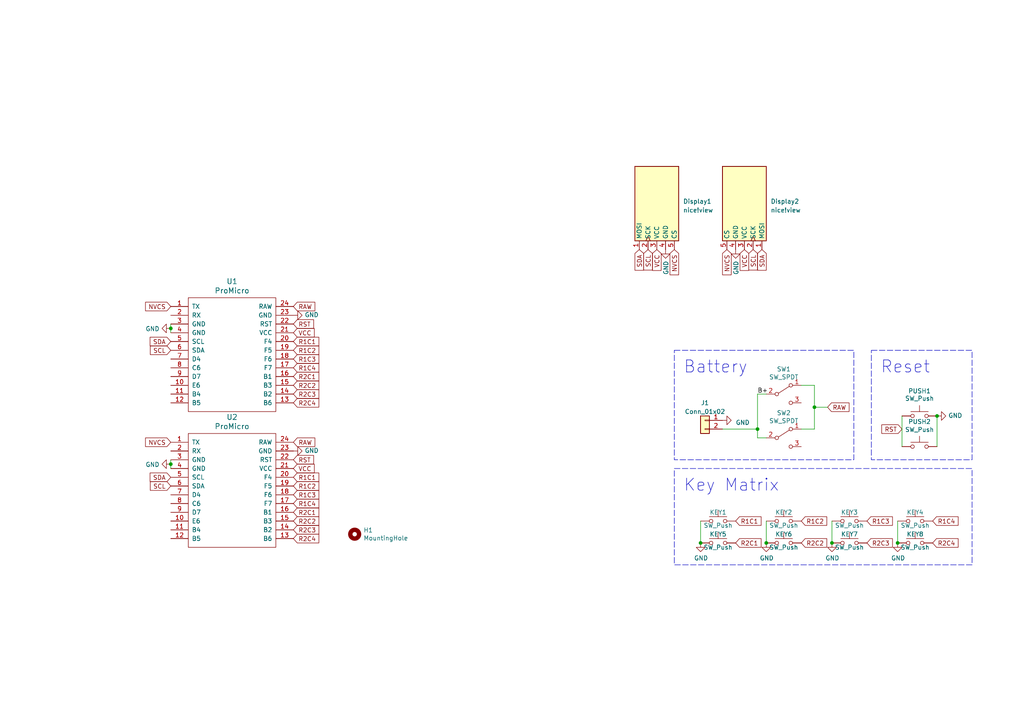
<source format=kicad_sch>
(kicad_sch (version 20230121) (generator eeschema)
  (paper "A4")
  (lib_symbols
    (symbol "Connector_Generic:Conn_01x02" (pin_names (offset 1.016) hide)
      (property "Reference" "J" (at 0 2.54 0))
      (property "Value" "Conn_01x02" (at 0 -5.08 0))
      (symbol "Conn_01x02_1_1"
        (rectangle (start -1.27 -2.413) (end 0 -2.667) (stroke (width 0.1524)))
        (rectangle (start -1.27 0.127) (end 0 -0.127) (stroke (width 0.1524)))
        (rectangle (start -1.27 1.27) (end 1.27 -3.81) (stroke (width 0.254)) (fill (type background)))
        (pin passive line (at -5.08 0 0) (length 3.81) (name "Pin_1") (number "1"))
        (pin passive line (at -5.08 -2.54 0) (length 3.81) (name "Pin_2") (number "2"))
      )
    )
    (symbol "Mechanical:MountingHole" (pin_names (offset 1.016))
      (property "Reference" "H" (at 0 5.08 0))
      (property "Value" "MountingHole" (at 0 3.175 0))
      (symbol "MountingHole_0_1"
        (circle (center 0 0) (radius 1.27) (stroke (width 1.27)))
      )
    )
    (symbol "Switch:SW_Push" (pin_numbers hide) (pin_names (offset 1.016) hide)
      (property "Reference" "SW" (at 1.27 2.54 0))
      (property "Value" "SW_Push" (at 0 -1.524 0))
      (symbol "SW_Push_0_1"
        (circle (center -2.032 0) (radius 0.508))
        (polyline (pts (xy 0 1.27) (xy 0 3.048)))
        (polyline (pts (xy 2.54 1.27) (xy -2.54 1.27)))
        (circle (center 2.032 0) (radius 0.508))
        (pin passive line (at -5.08 0 0) (length 2.54) (name "1") (number "1"))
        (pin passive line (at 5.08 0 180) (length 2.54) (name "2") (number "2"))
      )
    )
    (symbol "Switch:SW_SPDT" (pin_names (offset 0) hide)
      (property "Reference" "SW" (at 0 4.318 0))
      (property "Value" "SW_SPDT" (at 0 -5.08 0))
      (symbol "SW_SPDT_0_0"
        (circle (center -2.032 0) (radius 0.508))
        (circle (center 2.032 -2.54) (radius 0.508))
      )
      (symbol "SW_SPDT_0_1"
        (polyline (pts (xy -1.524 0.254) (xy 1.651 2.286)))
        (circle (center 2.032 2.54) (radius 0.508))
      )
      (symbol "SW_SPDT_1_1"
        (pin passive line (at 5.08 2.54 180) (length 2.54) (name "A") (number "1"))
        (pin passive line (at -5.08 0 0) (length 2.54) (name "B") (number "2"))
        (pin passive line (at 5.08 -2.54 180) (length 2.54) (name "C") (number "3"))
      )
    )
    (symbol "nice_view:nice!view"
      (property "Reference" "Display1" (at -3.81 1.2669 0))
      (property "Value" "nice!view" (at -3.81 -1.27 0))
      (symbol "nice!view_0_1"
        (rectangle (start -6.35 11.43) (end 6.35 -10.16) (stroke (width 0.254)) (fill (type background)))
      )
      (symbol "nice!view_1_1"
        (pin input line (at -5.08 -12.7 90) (length 2.54) (name "MOSI") (number "1"))
        (pin input clock (at -2.54 -12.7 90) (length 2.54) (name "SCK") (number "2"))
        (pin power_in line (at 0 -12.7 90) (length 2.54) (name "VCC") (number "3"))
        (pin power_out line (at 2.54 -12.7 90) (length 2.54) (name "GND") (number "4"))
        (pin passive line (at 5.08 -12.7 90) (length 2.54) (name "CS") (number "5"))
      )
    )
    (symbol "power:GND" (power) (pin_names (offset 0))
      (property "Value" "GND" (at 0 -3.81 0))
      (symbol "GND_0_1"
        (polyline (pts (xy 0 0) (xy 0 -1.27) (xy 1.27 -1.27) (xy 0 -2.54) (xy -1.27 -1.27) (xy 0 -1.27)))
      )
      (symbol "GND_1_1"
        (pin power_in line (at 0 0 270) (length 0) hide (name "GND") (number "1"))
      )
    )
    (symbol "small-paintbrush-hotswap-rescue:ProMicro-promicro" (pin_names (offset 1.016))
      (property "Reference" "U" (at 0 24.13 0))
      (property "Value" "promicro_ProMicro" (at 0 -13.97 0))
      (symbol "ProMicro-promicro_0_1"
        (rectangle (start -12.7 21.59) (end 12.7 -11.43))
      )
      (symbol "ProMicro-promicro_1_1"
        (pin bidirectional line (at -17.78 19.05 0) (length 5.08) (name "TX") (number "1"))
        (pin bidirectional line (at -17.78 -3.81 0) (length 5.08) (name "E6") (number "10"))
        (pin bidirectional line (at -17.78 -6.35 0) (length 5.08) (name "B4") (number "11"))
        (pin bidirectional line (at -17.78 -8.89 0) (length 5.08) (name "B5") (number "12"))
        (pin bidirectional line (at 17.78 -8.89 180) (length 5.08) (name "B6") (number "13"))
        (pin bidirectional line (at 17.78 -6.35 180) (length 5.08) (name "B2") (number "14"))
        (pin bidirectional line (at 17.78 -3.81 180) (length 5.08) (name "B3") (number "15"))
        (pin bidirectional line (at 17.78 -1.27 180) (length 5.08) (name "B1") (number "16"))
        (pin bidirectional line (at 17.78 1.27 180) (length 5.08) (name "F7") (number "17"))
        (pin bidirectional line (at 17.78 3.81 180) (length 5.08) (name "F6") (number "18"))
        (pin bidirectional line (at 17.78 6.35 180) (length 5.08) (name "F5") (number "19"))
        (pin bidirectional line (at -17.78 16.51 0) (length 5.08) (name "RX") (number "2"))
        (pin bidirectional line (at 17.78 8.89 180) (length 5.08) (name "F4") (number "20"))
        (pin power_in line (at 17.78 11.43 180) (length 5.08) (name "VCC") (number "21"))
        (pin input line (at 17.78 13.97 180) (length 5.08) (name "RST") (number "22"))
        (pin power_in line (at 17.78 16.51 180) (length 5.08) (name "GND") (number "23"))
        (pin power_out line (at 17.78 19.05 180) (length 5.08) (name "RAW") (number "24"))
        (pin power_in line (at -17.78 13.97 0) (length 5.08) (name "GND") (number "3"))
        (pin power_in line (at -17.78 11.43 0) (length 5.08) (name "GND") (number "4"))
        (pin bidirectional line (at -17.78 8.89 0) (length 5.08) (name "SCL") (number "5"))
        (pin bidirectional line (at -17.78 6.35 0) (length 5.08) (name "SDA") (number "6"))
        (pin bidirectional line (at -17.78 3.81 0) (length 5.08) (name "D4") (number "7"))
        (pin bidirectional line (at -17.78 1.27 0) (length 5.08) (name "C6") (number "8"))
        (pin bidirectional line (at -17.78 -1.27 0) (length 5.08) (name "D7") (number "9"))
      )
    )
  )
  (junction (at 260.35 157.48))
  (junction (at 236.22 118.11))
  (junction (at 219.71 124.46))
  (junction (at 222.25 157.48))
  (junction (at 271.78 120.65))
  (junction (at 241.3 157.48))
  (junction (at 49.53 134.62))
  (junction (at 49.53 95.25))
  (junction (at 203.2 157.48))
  (wire (pts (xy 209.55 124.46) (xy 219.71 124.46)))
  (wire (pts (xy 222.25 151.13) (xy 222.25 157.48)))
  (wire (pts (xy 241.3 157.48) (xy 241.3 151.13)))
  (wire (pts (xy 49.53 135.89) (xy 49.53 134.62)))
  (wire (pts (xy 232.41 111.76) (xy 236.22 111.76)))
  (wire (pts (xy 236.22 118.11) (xy 236.22 124.46)))
  (wire (pts (xy 219.71 124.46) (xy 219.71 127)))
  (wire (pts (xy 203.2 157.48) (xy 203.2 151.13)))
  (wire (pts (xy 236.22 124.46) (xy 232.41 124.46)))
  (wire (pts (xy 49.53 96.52) (xy 49.53 95.25)))
  (wire (pts (xy 236.22 118.11) (xy 240.03 118.11)))
  (wire (pts (xy 219.71 114.3) (xy 219.71 124.46)))
  (wire (pts (xy 49.53 95.25) (xy 49.53 93.98)))
  (wire (pts (xy 271.78 120.65) (xy 271.78 129.54)))
  (wire (pts (xy 49.53 134.62) (xy 49.53 133.35)))
  (wire (pts (xy 261.62 120.65) (xy 261.62 129.54)))
  (wire (pts (xy 219.71 114.3) (xy 222.25 114.3)))
  (wire (pts (xy 236.22 111.76) (xy 236.22 118.11)))
  (wire (pts (xy 222.25 127) (xy 219.71 127)))
  (wire (pts (xy 260.35 151.13) (xy 260.35 157.48)))
  (text_box "Reset" (at 252.73 101.6 0) (size 29.21 31.75) (stroke (width 0) (type dash)) (effects (font (size 3.5 3.5)) (justify left top)))
  (text_box "Key Matrix" (at 195.58 135.89 0) (size 86.36 27.94) (stroke (width 0) (type dash)) (effects (font (size 3.5 3.5)) (justify left top)))
  (text_box "Battery" (at 195.58 101.6 0) (size 52.07 31.75) (stroke (width 0) (type dash)) (effects (font (size 3.5 3.5)) (justify left top)))
  (label "B+" (at 219.71 114.3 0))
  (global_label "R2C2" (shape input) (at 232.41 157.48 0) (property "Intersheetrefs" "${INTERSHEET_REFS}" (effects hide)))
  (global_label "NVCS" (shape input) (at 49.53 88.9 180) (property "Intersheetrefs" "${INTERSHEET_REFS}" (effects hide)))
  (global_label "NVCS" (shape input) (at 210.82 72.39 270) (property "Intersheetrefs" "${INTERSHEET_REFS}" (effects hide)))
  (global_label "RAW" (shape input) (at 85.09 88.9 0) (property "Intersheetrefs" "${INTERSHEET_REFS}" (effects hide)))
  (global_label "NVCS" (shape input) (at 195.58 72.39 270) (property "Intersheetrefs" "${INTERSHEET_REFS}" (effects hide)))
  (global_label "VCC" (shape input) (at 85.09 96.52 0) (property "Intersheetrefs" "${INTERSHEET_REFS}" (effects hide)))
  (global_label "NVCS" (shape input) (at 49.53 128.27 180) (property "Intersheetrefs" "${INTERSHEET_REFS}" (effects hide)))
  (global_label "RST" (shape input) (at 261.62 124.46 180) (property "Intersheetrefs" "${INTERSHEET_REFS}" (effects hide)))
  (global_label "R1C3" (shape input) (at 85.09 143.51 0) (property "Intersheetrefs" "${INTERSHEET_REFS}" (effects hide)))
  (global_label "R1C1" (shape input) (at 85.09 138.43 0) (property "Intersheetrefs" "${INTERSHEET_REFS}" (effects hide)))
  (global_label "SDA" (shape input) (at 49.53 99.06 180) (property "Intersheetrefs" "${INTERSHEET_REFS}" (effects hide)))
  (global_label "SDA" (shape input) (at 185.42 72.39 270) (property "Intersheetrefs" "${INTERSHEET_REFS}" (effects hide)))
  (global_label "SCL" (shape input) (at 49.53 101.6 180) (property "Intersheetrefs" "${INTERSHEET_REFS}" (effects hide)))
  (global_label "R2C4" (shape input) (at 270.51 157.48 0) (property "Intersheetrefs" "${INTERSHEET_REFS}" (effects hide)))
  (global_label "R2C4" (shape input) (at 85.09 116.84 0) (property "Intersheetrefs" "${INTERSHEET_REFS}" (effects hide)))
  (global_label "R1C2" (shape input) (at 85.09 140.97 0) (property "Intersheetrefs" "${INTERSHEET_REFS}" (effects hide)))
  (global_label "SCL" (shape input) (at 218.44 72.39 270) (property "Intersheetrefs" "${INTERSHEET_REFS}" (effects hide)))
  (global_label "R1C4" (shape input) (at 85.09 106.68 0) (property "Intersheetrefs" "${INTERSHEET_REFS}" (effects hide)))
  (global_label "R1C3" (shape input) (at 251.46 151.13 0) (property "Intersheetrefs" "${INTERSHEET_REFS}" (effects hide)))
  (global_label "RAW" (shape input) (at 240.03 118.11 0) (property "Intersheetrefs" "${INTERSHEET_REFS}" (effects hide)))
  (global_label "SCL" (shape input) (at 49.53 140.97 180) (property "Intersheetrefs" "${INTERSHEET_REFS}" (effects hide)))
  (global_label "R1C3" (shape input) (at 85.09 104.14 0) (property "Intersheetrefs" "${INTERSHEET_REFS}" (effects hide)))
  (global_label "R2C3" (shape input) (at 85.09 153.67 0) (property "Intersheetrefs" "${INTERSHEET_REFS}" (effects hide)))
  (global_label "VCC" (shape input) (at 190.5 72.39 270) (property "Intersheetrefs" "${INTERSHEET_REFS}" (effects hide)))
  (global_label "R1C2" (shape input) (at 85.09 101.6 0) (property "Intersheetrefs" "${INTERSHEET_REFS}" (effects hide)))
  (global_label "R2C2" (shape input) (at 85.09 151.13 0) (property "Intersheetrefs" "${INTERSHEET_REFS}" (effects hide)))
  (global_label "SCL" (shape input) (at 187.96 72.39 270) (property "Intersheetrefs" "${INTERSHEET_REFS}" (effects hide)))
  (global_label "SDA" (shape input) (at 49.53 138.43 180) (property "Intersheetrefs" "${INTERSHEET_REFS}" (effects hide)))
  (global_label "SDA" (shape input) (at 220.98 72.39 270) (property "Intersheetrefs" "${INTERSHEET_REFS}" (effects hide)))
  (global_label "R1C1" (shape input) (at 213.36 151.13 0) (property "Intersheetrefs" "${INTERSHEET_REFS}" (effects hide)))
  (global_label "RST" (shape input) (at 85.09 93.98 0) (property "Intersheetrefs" "${INTERSHEET_REFS}" (effects hide)))
  (global_label "R1C4" (shape input) (at 85.09 146.05 0) (property "Intersheetrefs" "${INTERSHEET_REFS}" (effects hide)))
  (global_label "RST" (shape input) (at 85.09 133.35 0) (property "Intersheetrefs" "${INTERSHEET_REFS}" (effects hide)))
  (global_label "R2C4" (shape input) (at 85.09 156.21 0) (property "Intersheetrefs" "${INTERSHEET_REFS}" (effects hide)))
  (global_label "VCC" (shape input) (at 215.9 72.39 270) (property "Intersheetrefs" "${INTERSHEET_REFS}" (effects hide)))
  (global_label "RAW" (shape input) (at 85.09 128.27 0) (property "Intersheetrefs" "${INTERSHEET_REFS}" (effects hide)))
  (global_label "R2C1" (shape input) (at 85.09 148.59 0) (property "Intersheetrefs" "${INTERSHEET_REFS}" (effects hide)))
  (global_label "R2C3" (shape input) (at 251.46 157.48 0) (property "Intersheetrefs" "${INTERSHEET_REFS}" (effects hide)))
  (global_label "VCC" (shape input) (at 85.09 135.89 0) (property "Intersheetrefs" "${INTERSHEET_REFS}" (effects hide)))
  (global_label "R2C2" (shape input) (at 85.09 111.76 0) (property "Intersheetrefs" "${INTERSHEET_REFS}" (effects hide)))
  (global_label "R1C1" (shape input) (at 85.09 99.06 0) (property "Intersheetrefs" "${INTERSHEET_REFS}" (effects hide)))
  (global_label "R1C2" (shape input) (at 232.41 151.13 0) (property "Intersheetrefs" "${INTERSHEET_REFS}" (effects hide)))
  (global_label "R2C3" (shape input) (at 85.09 114.3 0) (property "Intersheetrefs" "${INTERSHEET_REFS}" (effects hide)))
  (global_label "R1C4" (shape input) (at 270.51 151.13 0) (property "Intersheetrefs" "${INTERSHEET_REFS}" (effects hide)))
  (global_label "R2C1" (shape input) (at 213.36 157.48 0) (property "Intersheetrefs" "${INTERSHEET_REFS}" (effects hide)))
  (global_label "R2C1" (shape input) (at 85.09 109.22 0) (property "Intersheetrefs" "${INTERSHEET_REFS}" (effects hide)))
  (symbol (lib_id "power:GND") (at 85.09 91.44 90) (unit 1)
    (property "Reference" "#PWR01" (effects hide))
    (property "Value" "GND" (at 88.3412 91.313 90) (effects (justify right)))
  )
  (symbol (lib_id "power:GND") (at 49.53 95.25 270) (unit 1)
    (property "Reference" "#PWR07" (effects hide))
    (property "Value" "GND" (at 46.2788 95.377 90) (effects (justify right)))
  )
  (symbol (lib_id "Switch:SW_Push") (at 208.28 151.13 0) (unit 1) (in_bom no)
    (property "Reference" "KEY1" (at 208.28 148.59 0))
    (property "Value" "SW_Push" (at 208.28 152.4 0))
    (property "Footprint" "keyswitches:MX_Choc_Hotswap" (effects hide))
  )
  (symbol (lib_id "Switch:SW_Push") (at 208.28 157.48 0) (unit 1) (in_bom no)
    (property "Reference" "KEY5" (at 208.28 154.94 0))
    (property "Value" "SW_Push" (at 208.28 158.75 0))
    (property "Footprint" "keyswitches:MX_Choc_Hotswap" (effects hide))
  )
  (symbol (lib_id "Switch:SW_Push") (at 227.33 151.13 0) (unit 1) (in_bom no)
    (property "Reference" "KEY2" (at 227.33 148.59 0))
    (property "Value" "SW_Push" (at 227.33 152.4 0))
    (property "Footprint" "keyswitches:MX_Choc_Hotswap" (effects hide))
  )
  (symbol (lib_id "Switch:SW_Push") (at 227.33 157.48 0) (unit 1) (in_bom no)
    (property "Reference" "KEY6" (at 227.33 154.94 0))
    (property "Value" "SW_Push" (at 227.33 158.75 0))
    (property "Footprint" "keyswitches:MX_Choc_Hotswap" (effects hide))
  )
  (symbol (lib_id "Switch:SW_Push") (at 246.38 151.13 0) (unit 1) (in_bom no)
    (property "Reference" "KEY3" (at 246.38 148.59 0))
    (property "Value" "SW_Push" (at 246.38 152.4 0))
    (property "Footprint" "keyswitches:MX_Choc_Hotswap" (effects hide))
  )
  (symbol (lib_id "Switch:SW_Push") (at 246.38 157.48 0) (unit 1) (in_bom no)
    (property "Reference" "KEY7" (at 246.38 154.94 0))
    (property "Value" "SW_Push" (at 246.38 158.75 0))
    (property "Footprint" "keyswitches:MX_Choc_Hotswap" (effects hide))
  )
  (symbol (lib_id "Switch:SW_Push") (at 265.43 151.13 0) (unit 1) (in_bom no)
    (property "Reference" "KEY4" (at 265.43 148.59 0))
    (property "Value" "SW_Push" (at 265.43 152.4 0))
    (property "Footprint" "keyswitches:MX_Choc_Hotswap" (effects hide))
  )
  (symbol (lib_id "Switch:SW_Push") (at 265.43 157.48 0) (unit 1) (in_bom no)
    (property "Reference" "KEY8" (at 265.43 154.94 0))
    (property "Value" "SW_Push" (at 265.43 158.75 0))
    (property "Footprint" "keyswitches:MX_Choc_Hotswap" (effects hide))
  )
  (symbol (lib_id "power:GND") (at 203.2 157.48 0) (unit 1)
    (property "Reference" "#PWR03" (effects hide))
    (property "Value" "GND" (at 203.327 161.8742 0))
  )
  (symbol (lib_id "power:GND") (at 222.25 157.48 0) (unit 1)
    (property "Reference" "#PWR04" (effects hide))
    (property "Value" "GND" (at 222.377 161.8742 0))
  )
  (symbol (lib_id "power:GND") (at 271.78 120.65 90) (unit 1)
    (property "Reference" "#PWR02" (effects hide))
    (property "Value" "GND" (at 275.0312 120.523 90) (effects (justify right)))
  )
  (symbol (lib_id "Switch:SW_Push") (at 266.7 120.65 0) (unit 1) (in_bom no)
    (property "Reference" "PUSH1" (at 266.7 113.411 0))
    (property "Value" "SW_Push" (at 266.7 115.57 0))
    (property "Footprint" "Button_Switch_SMD:SW_SPST_B3U-1000P" (effects hide))
  )
  (symbol (lib_id "power:GND") (at 241.3 157.48 0) (unit 1)
    (property "Reference" "#PWR05" (effects hide))
    (property "Value" "GND" (at 241.427 161.8742 0))
  )
  (symbol (lib_id "power:GND") (at 260.35 157.48 0) (unit 1)
    (property "Reference" "#PWR06" (effects hide))
    (property "Value" "GND" (at 260.477 161.8742 0))
  )
  (symbol (lib_id "Switch:SW_SPDT") (at 227.33 114.3 0) (unit 1) (in_bom no)
    (property "Reference" "SW1" (at 227.33 107.061 0))
    (property "Value" "SW_SPDT" (at 227.33 109.3724 0))
    (property "Footprint" "Button_Switch_SMD:SW_SPDT_PCM12" (effects hide))
  )
  (symbol (lib_id "Connector_Generic:Conn_01x02") (at 204.47 121.92 0) (mirror y) (unit 1) (in_bom no)
    (property "Reference" "J1" (at 204.47 116.84 0))
    (property "Value" "Conn_01x02" (at 204.47 119.38 0))
    (property "Footprint" "Connector_PinHeader_2.54mm:PinHeader_1x02_P2.54mm_Vertical" (effects hide))
  )
  (symbol (lib_id "Switch:SW_SPDT") (at 227.33 127 0) (unit 1)
    (property "Reference" "SW2" (at 227.33 119.761 0))
    (property "Value" "SW_SPDT" (at 227.33 122.0724 0))
    (property "Footprint" "Button_Switch_SMD:SW_SPDT_PCM12" (effects hide))
  )
  (symbol (lib_id "Switch:SW_Push") (at 266.7 129.54 0) (unit 1)
    (property "Reference" "PUSH2" (at 266.7 122.301 0))
    (property "Value" "SW_Push" (at 266.7 124.6124 0))
    (property "Footprint" "Button_Switch_SMD:SW_SPST_B3U-1000P" (effects hide))
  )
  (symbol (lib_id "small-paintbrush-hotswap-rescue:ProMicro-promicro") (at 67.31 107.95 0) (unit 1) (in_bom no)
    (property "Reference" "U1" (at 67.31 81.6102 0) (effects (font (size 1.524 1.524))))
    (property "Value" "ProMicro" (at 67.31 84.3026 0) (effects (font (size 1.524 1.524))))
    (property "Footprint" "small-paintbrush:promicro" (effects hide))
  )
  (symbol (lib_id "power:GND") (at 49.53 134.62 270) (unit 1)
    (property "Reference" "#PWR0103" (effects hide))
    (property "Value" "GND" (at 46.2788 134.747 90) (effects (justify right)))
  )
  (symbol (lib_id "power:GND") (at 85.09 130.81 90) (unit 1)
    (property "Reference" "#PWR0104" (effects hide))
    (property "Value" "GND" (at 88.3412 130.683 90) (effects (justify right)))
  )
  (symbol (lib_id "small-paintbrush-hotswap-rescue:ProMicro-promicro") (at 67.31 147.32 0) (unit 1) (in_bom no)
    (property "Reference" "U2" (at 67.31 120.9802 0) (effects (font (size 1.524 1.524))))
    (property "Value" "ProMicro" (at 67.31 123.6726 0) (effects (font (size 1.524 1.524))))
    (property "Footprint" "small-paintbrush:promicro" (effects hide))
  )
  (symbol (lib_id "Mechanical:MountingHole") (at 102.87 154.94 0) (unit 1) (in_bom no)
    (property "Reference" "H1" (at 105.41 153.7716 0) (effects (justify left)))
    (property "Value" "MountingHole" (at 105.41 156.083 0) (effects (justify left)))
    (property "Footprint" "small-paintbrush:mounting-holes" (effects hide))
  )
  (symbol (lib_id "nice_view:nice!view") (at 190.5 59.69 0) (unit 1) (in_bom no)
    (property "Reference" "Display1" (at 198.12 58.42 0) (effects (justify left)))
    (property "Value" "nice!view" (at 198.12 60.96 0) (effects (justify left)))
    (property "Footprint" "NiceView:nice_view" (effects hide))
    (property "Datasheet" "https://nicekeyboards.com/docs/nice-view/pinout-schematic" (effects hide))
  )
  (symbol (lib_id "power:GND") (at 209.55 121.92 90) (unit 1)
    (property "Reference" "#PWR08" (effects hide))
    (property "Value" "GND" (at 213.36 122.555 90) (effects (justify right)))
  )
  (symbol (lib_id "nice_view:nice!view") (at 215.9 59.69 0) (mirror y) (unit 1) (in_bom no)
    (property "Reference" "Display2" (at 223.52 58.42 0) (effects (justify right)))
    (property "Value" "nice!view" (at 223.52 60.96 0) (effects (justify right)))
    (property "Footprint" "NiceView:nice_view" (effects hide))
    (property "Datasheet" "https://nicekeyboards.com/docs/nice-view/pinout-schematic" (effects hide))
  )
  (symbol (lib_id "power:GND") (at 213.36 72.39 0) (unit 1)
    (property "Reference" "#PWR010" (effects hide))
    (property "Value" "GND" (at 213.487 75.6412 90) (effects (justify right)))
  )
  (symbol (lib_id "power:GND") (at 193.04 72.39 0) (unit 1)
    (property "Reference" "#PWR09" (effects hide))
    (property "Value" "GND" (at 193.167 75.6412 90) (effects (justify right)))
  )
)
</source>
